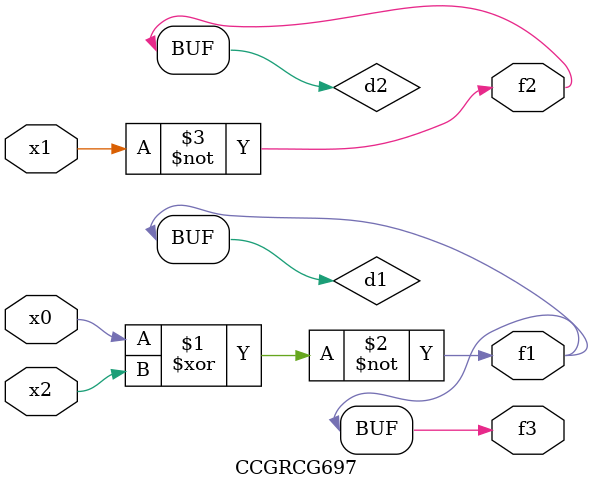
<source format=v>
module CCGRCG697(
	input x0, x1, x2,
	output f1, f2, f3
);

	wire d1, d2, d3;

	xnor (d1, x0, x2);
	nand (d2, x1);
	nor (d3, x1, x2);
	assign f1 = d1;
	assign f2 = d2;
	assign f3 = d1;
endmodule

</source>
